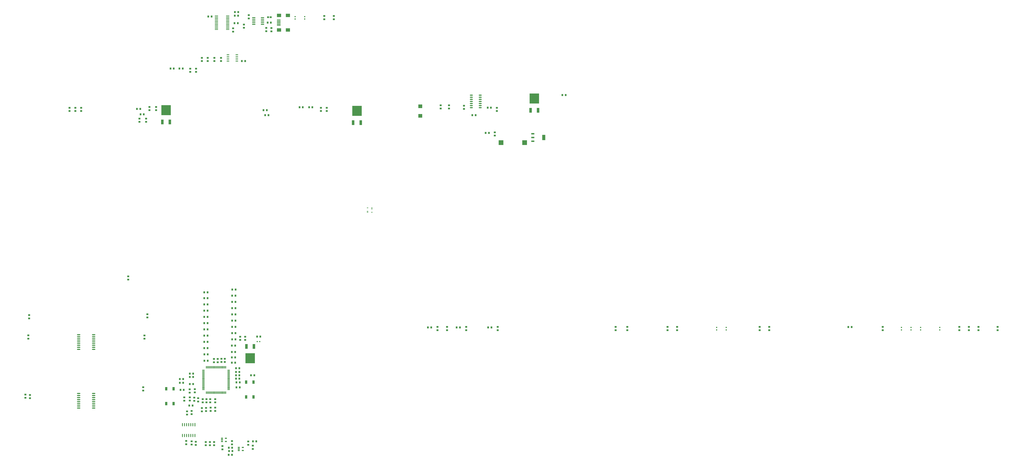
<source format=gtp>
G04*
G04 #@! TF.GenerationSoftware,Altium Limited,Altium Designer,21.5.1 (32)*
G04*
G04 Layer_Color=8421504*
%FSLAX43Y43*%
%MOMM*%
G71*
G04*
G04 #@! TF.SameCoordinates,449709A0-46AC-47EF-B127-1EA7B65E703A*
G04*
G04*
G04 #@! TF.FilePolarity,Positive*
G04*
G01*
G75*
%ADD21R,1.300X1.000*%
%ADD22R,1.000X1.300*%
%ADD23O,2.100X0.600*%
%ADD24O,2.100X0.350*%
%ADD25R,1.520X0.600*%
%ADD26O,1.850X0.700*%
%ADD27R,1.300X0.700*%
%ADD28R,0.508X2.032*%
%ADD29O,0.508X2.032*%
G04:AMPARAMS|DCode=30|XSize=0.3mm|YSize=1.45mm|CornerRadius=0.05mm|HoleSize=0mm|Usage=FLASHONLY|Rotation=90.000|XOffset=0mm|YOffset=0mm|HoleType=Round|Shape=RoundedRectangle|*
%AMROUNDEDRECTD30*
21,1,0.300,1.351,0,0,90.0*
21,1,0.201,1.450,0,0,90.0*
1,1,0.099,0.676,0.101*
1,1,0.099,0.676,-0.101*
1,1,0.099,-0.676,-0.101*
1,1,0.099,-0.676,0.101*
%
%ADD30ROUNDEDRECTD30*%
G04:AMPARAMS|DCode=31|XSize=0.3mm|YSize=1.45mm|CornerRadius=0.05mm|HoleSize=0mm|Usage=FLASHONLY|Rotation=0.000|XOffset=0mm|YOffset=0mm|HoleType=Round|Shape=RoundedRectangle|*
%AMROUNDEDRECTD31*
21,1,0.300,1.351,0,0,0.0*
21,1,0.201,1.450,0,0,0.0*
1,1,0.099,0.101,-0.676*
1,1,0.099,-0.101,-0.676*
1,1,0.099,-0.101,0.676*
1,1,0.099,0.101,0.676*
%
%ADD31ROUNDEDRECTD31*%
%ADD32R,0.850X0.410*%
%ADD33R,1.900X3.200*%
%ADD34R,1.900X0.900*%
%ADD35R,2.920X2.850*%
%ADD36R,2.500X2.000*%
%ADD37R,2.250X0.500*%
%ADD38O,2.100X0.700*%
%ADD39R,1.306X1.058*%
%ADD40R,0.800X0.800*%
%ADD41R,0.800X0.800*%
%ADD42R,5.800X6.200*%
%ADD43R,1.600X3.000*%
%ADD44R,2.350X2.200*%
%ADD45R,1.400X2.100*%
D21*
X114554Y65040D02*
D03*
Y67040D02*
D03*
X113993Y113775D02*
D03*
Y115775D02*
D03*
X184404Y101362D02*
D03*
Y103362D02*
D03*
X183642Y71750D02*
D03*
Y69750D02*
D03*
X245872Y100600D02*
D03*
Y102600D02*
D03*
X242824Y100600D02*
D03*
Y102600D02*
D03*
X479044Y108580D02*
D03*
Y106580D02*
D03*
X471932Y108580D02*
D03*
Y106580D02*
D03*
X509397Y108580D02*
D03*
Y106580D02*
D03*
X503555Y108580D02*
D03*
Y106580D02*
D03*
X565658Y108580D02*
D03*
Y106580D02*
D03*
X559816Y108580D02*
D03*
Y106580D02*
D03*
X369062Y108580D02*
D03*
Y106580D02*
D03*
X363220Y108580D02*
D03*
Y106580D02*
D03*
X380746Y108580D02*
D03*
Y106580D02*
D03*
X399923Y108580D02*
D03*
Y106580D02*
D03*
X634873Y108580D02*
D03*
Y106580D02*
D03*
X693293Y108580D02*
D03*
Y106580D02*
D03*
X687451Y108580D02*
D03*
Y106580D02*
D03*
X681609Y108580D02*
D03*
Y106580D02*
D03*
X704977Y108580D02*
D03*
Y106580D02*
D03*
X219456Y270780D02*
D03*
Y272780D02*
D03*
X227076D02*
D03*
Y270780D02*
D03*
X215900Y266176D02*
D03*
Y264176D02*
D03*
X238506Y290740D02*
D03*
Y288740D02*
D03*
X261874Y288915D02*
D03*
Y290915D02*
D03*
X245085Y293102D02*
D03*
Y291102D02*
D03*
X299974Y298295D02*
D03*
Y296295D02*
D03*
X294132Y298295D02*
D03*
Y296295D02*
D03*
X399415Y242300D02*
D03*
Y240300D02*
D03*
X370205Y243824D02*
D03*
Y241824D02*
D03*
X365125Y243824D02*
D03*
Y241824D02*
D03*
X379349Y241570D02*
D03*
Y243570D02*
D03*
X398145Y227308D02*
D03*
Y225308D02*
D03*
X224358Y38338D02*
D03*
Y36338D02*
D03*
X211947Y70474D02*
D03*
Y68474D02*
D03*
X214808Y65424D02*
D03*
Y63424D02*
D03*
X226898Y36338D02*
D03*
Y38338D02*
D03*
X215138Y68596D02*
D03*
Y70596D02*
D03*
X208712Y63536D02*
D03*
Y65536D02*
D03*
X227584Y59304D02*
D03*
Y57304D02*
D03*
X224790Y59304D02*
D03*
Y57304D02*
D03*
X221996Y59166D02*
D03*
Y57166D02*
D03*
X219456Y59050D02*
D03*
Y57050D02*
D03*
X227584Y62500D02*
D03*
Y64500D02*
D03*
X224536Y62500D02*
D03*
Y64500D02*
D03*
X222250Y62500D02*
D03*
Y64500D02*
D03*
X219964Y62500D02*
D03*
Y64500D02*
D03*
X237804Y36862D02*
D03*
Y38862D02*
D03*
X215697Y38490D02*
D03*
Y36490D02*
D03*
X186198Y116311D02*
D03*
Y114311D02*
D03*
X111760Y67294D02*
D03*
Y65294D02*
D03*
X247710Y36608D02*
D03*
Y38608D02*
D03*
X113522Y101367D02*
D03*
Y103367D02*
D03*
X233426Y87138D02*
D03*
Y89138D02*
D03*
X231394Y87138D02*
D03*
Y89138D02*
D03*
X226822Y87000D02*
D03*
Y89000D02*
D03*
X229108Y89022D02*
D03*
Y87022D02*
D03*
X217170Y65024D02*
D03*
Y63024D02*
D03*
X223012Y272780D02*
D03*
Y270780D02*
D03*
X231140D02*
D03*
Y272780D02*
D03*
X212344Y266176D02*
D03*
Y264176D02*
D03*
X145796Y240300D02*
D03*
Y242300D02*
D03*
X142240Y240300D02*
D03*
Y242300D02*
D03*
X138684Y240300D02*
D03*
Y242300D02*
D03*
X295656Y240300D02*
D03*
Y242300D02*
D03*
X292100Y240300D02*
D03*
Y242300D02*
D03*
X191516Y240792D02*
D03*
Y242792D02*
D03*
X187452Y240792D02*
D03*
Y242792D02*
D03*
X185420Y233696D02*
D03*
Y235696D02*
D03*
X181356Y233696D02*
D03*
Y235696D02*
D03*
X258699Y289005D02*
D03*
Y291005D02*
D03*
X248031Y298803D02*
D03*
Y296803D02*
D03*
X174498Y137430D02*
D03*
Y139430D02*
D03*
X221818Y36338D02*
D03*
Y38338D02*
D03*
X212039Y63602D02*
D03*
Y65602D02*
D03*
X213141Y36744D02*
D03*
Y38744D02*
D03*
X209839Y36982D02*
D03*
Y38982D02*
D03*
X210347Y57032D02*
D03*
Y55032D02*
D03*
X250520Y34068D02*
D03*
Y36068D02*
D03*
X213157Y57286D02*
D03*
Y55286D02*
D03*
X231978Y33814D02*
D03*
Y35814D02*
D03*
D22*
X255116Y102616D02*
D03*
X253116D02*
D03*
X242554Y74676D02*
D03*
X240554D02*
D03*
X615934Y108469D02*
D03*
X613934D02*
D03*
X207756Y266192D02*
D03*
X205756D02*
D03*
X202284Y266192D02*
D03*
X200284D02*
D03*
X245856Y270764D02*
D03*
X243856D02*
D03*
X260080Y237744D02*
D03*
X258080D02*
D03*
X183996Y238252D02*
D03*
X181996D02*
D03*
X257064Y240792D02*
D03*
X259064D02*
D03*
X181848Y241554D02*
D03*
X179848D02*
D03*
X241324Y293891D02*
D03*
X239324D02*
D03*
X241513Y298438D02*
D03*
X239513D02*
D03*
X386445Y237744D02*
D03*
X384445D02*
D03*
X250614Y38728D02*
D03*
X252614D02*
D03*
X238042Y32782D02*
D03*
X236042D02*
D03*
X235788Y30496D02*
D03*
X237788D02*
D03*
X235904Y34814D02*
D03*
X237904D02*
D03*
X242300Y78994D02*
D03*
X240300D02*
D03*
X242300Y83312D02*
D03*
X240300D02*
D03*
X242300Y81026D02*
D03*
X240300D02*
D03*
X242300Y76962D02*
D03*
X240300D02*
D03*
X214106Y73660D02*
D03*
X212106D02*
D03*
X206010Y76708D02*
D03*
X208010D02*
D03*
X251444Y78994D02*
D03*
X249444D02*
D03*
X214106Y77978D02*
D03*
X212106D02*
D03*
X214106Y80010D02*
D03*
X212106D02*
D03*
X242554Y71628D02*
D03*
X240554D02*
D03*
X222869Y129642D02*
D03*
X220869D02*
D03*
X222869Y126086D02*
D03*
X220869D02*
D03*
X222869Y122276D02*
D03*
X220869D02*
D03*
X222869Y118466D02*
D03*
X220869D02*
D03*
X222869Y114656D02*
D03*
X220869D02*
D03*
X222869Y110846D02*
D03*
X220869D02*
D03*
X222869Y107036D02*
D03*
X220869D02*
D03*
X222869Y103226D02*
D03*
X220869D02*
D03*
X222869Y99416D02*
D03*
X220869D02*
D03*
X222869Y95606D02*
D03*
X220869D02*
D03*
X222996Y91796D02*
D03*
X220996D02*
D03*
X222996Y87884D02*
D03*
X220996D02*
D03*
X240014Y131318D02*
D03*
X238014D02*
D03*
X239760Y86766D02*
D03*
X237760D02*
D03*
X239744Y89916D02*
D03*
X237744D02*
D03*
X239760Y93218D02*
D03*
X237760D02*
D03*
X239760Y97180D02*
D03*
X237760D02*
D03*
X239887Y100990D02*
D03*
X237887D02*
D03*
X239887Y104800D02*
D03*
X237887D02*
D03*
X239887Y108610D02*
D03*
X237887D02*
D03*
X239887Y112420D02*
D03*
X237887D02*
D03*
X239887Y116230D02*
D03*
X237887D02*
D03*
X239887Y120040D02*
D03*
X237887D02*
D03*
X239887Y123850D02*
D03*
X237887D02*
D03*
X239887Y127660D02*
D03*
X237887D02*
D03*
X359394Y108215D02*
D03*
X357394D02*
D03*
X376920D02*
D03*
X374920D02*
D03*
X396097D02*
D03*
X394097D02*
D03*
X286861Y242570D02*
D03*
X284861D02*
D03*
X281019D02*
D03*
X279019D02*
D03*
X261544Y294222D02*
D03*
X259544D02*
D03*
X225358Y297981D02*
D03*
X223358D02*
D03*
X241589Y300648D02*
D03*
X239589D02*
D03*
X395827Y242316D02*
D03*
X393827D02*
D03*
X394573Y226943D02*
D03*
X392573D02*
D03*
X441436Y250057D02*
D03*
X439436D02*
D03*
X208375Y70109D02*
D03*
X206375D02*
D03*
X208010Y74422D02*
D03*
X206010D02*
D03*
X213750Y60604D02*
D03*
X211750D02*
D03*
D23*
X153419Y66675D02*
D03*
Y65405D02*
D03*
Y67945D02*
D03*
Y62865D02*
D03*
Y64135D02*
D03*
Y61595D02*
D03*
Y59055D02*
D03*
Y60325D02*
D03*
X144269Y62865D02*
D03*
Y64135D02*
D03*
Y67945D02*
D03*
Y65405D02*
D03*
Y66675D02*
D03*
Y59055D02*
D03*
Y60325D02*
D03*
Y61595D02*
D03*
X153419Y102489D02*
D03*
Y101219D02*
D03*
Y103759D02*
D03*
Y98679D02*
D03*
Y99949D02*
D03*
Y97409D02*
D03*
Y94869D02*
D03*
Y96139D02*
D03*
X144269Y98679D02*
D03*
Y99949D02*
D03*
Y103759D02*
D03*
Y101219D02*
D03*
Y102489D02*
D03*
Y94869D02*
D03*
Y96139D02*
D03*
Y97409D02*
D03*
D24*
X235200Y296497D02*
D03*
Y295847D02*
D03*
Y297147D02*
D03*
Y294547D02*
D03*
Y293897D02*
D03*
Y295197D02*
D03*
Y298447D02*
D03*
Y297797D02*
D03*
Y291947D02*
D03*
Y292597D02*
D03*
Y290647D02*
D03*
Y289997D02*
D03*
Y291297D02*
D03*
Y293247D02*
D03*
X228300Y294547D02*
D03*
Y293897D02*
D03*
Y295197D02*
D03*
Y297797D02*
D03*
Y298447D02*
D03*
Y296497D02*
D03*
Y295847D02*
D03*
Y297147D02*
D03*
Y290647D02*
D03*
Y291297D02*
D03*
Y289997D02*
D03*
Y293247D02*
D03*
Y291947D02*
D03*
Y292597D02*
D03*
D25*
X240792Y274574D02*
D03*
Y272034D02*
D03*
Y273304D02*
D03*
Y270764D02*
D03*
X235312D02*
D03*
Y273304D02*
D03*
Y274574D02*
D03*
Y272034D02*
D03*
D26*
X389288Y248660D02*
D03*
Y249930D02*
D03*
Y246120D02*
D03*
Y247390D02*
D03*
Y244850D02*
D03*
Y242310D02*
D03*
Y243580D02*
D03*
X383888Y246120D02*
D03*
Y249930D02*
D03*
Y247390D02*
D03*
Y248660D02*
D03*
Y242310D02*
D03*
Y243580D02*
D03*
Y244850D02*
D03*
D27*
X234124Y40574D02*
D03*
Y38674D02*
D03*
X231724Y39624D02*
D03*
Y40574D02*
D03*
Y38674D02*
D03*
X244380Y35011D02*
D03*
Y33111D02*
D03*
X241980Y34061D02*
D03*
Y35011D02*
D03*
Y33111D02*
D03*
D28*
X215173Y48920D02*
D03*
D29*
X213903D02*
D03*
X211363D02*
D03*
X212633D02*
D03*
X213903Y42316D02*
D03*
X215173D02*
D03*
X211363D02*
D03*
X212633D02*
D03*
X210093Y48920D02*
D03*
X207553D02*
D03*
X208823D02*
D03*
Y42316D02*
D03*
X210093D02*
D03*
X207553D02*
D03*
D30*
X235817Y80700D02*
D03*
Y81200D02*
D03*
Y79700D02*
D03*
Y80200D02*
D03*
Y81700D02*
D03*
Y82200D02*
D03*
Y77200D02*
D03*
Y77700D02*
D03*
Y76200D02*
D03*
Y76700D02*
D03*
Y78700D02*
D03*
Y79200D02*
D03*
Y78200D02*
D03*
Y73700D02*
D03*
Y74200D02*
D03*
Y75200D02*
D03*
Y75700D02*
D03*
Y74700D02*
D03*
Y71200D02*
D03*
Y71700D02*
D03*
Y70200D02*
D03*
Y70700D02*
D03*
Y72700D02*
D03*
Y73200D02*
D03*
Y72200D02*
D03*
X220367Y80200D02*
D03*
Y79200D02*
D03*
Y79700D02*
D03*
Y81700D02*
D03*
Y82200D02*
D03*
Y80700D02*
D03*
Y81200D02*
D03*
Y76700D02*
D03*
Y77200D02*
D03*
Y75700D02*
D03*
Y76200D02*
D03*
Y78200D02*
D03*
Y78700D02*
D03*
Y77700D02*
D03*
Y73700D02*
D03*
Y74200D02*
D03*
Y74700D02*
D03*
Y75200D02*
D03*
Y71200D02*
D03*
Y71700D02*
D03*
Y70200D02*
D03*
Y70700D02*
D03*
Y72700D02*
D03*
Y73200D02*
D03*
Y72200D02*
D03*
D31*
X234092Y83925D02*
D03*
X233592D02*
D03*
X229592D02*
D03*
X229092D02*
D03*
X230592D02*
D03*
X230092D02*
D03*
X227592D02*
D03*
X227092D02*
D03*
X228592D02*
D03*
X228092D02*
D03*
X232092D02*
D03*
X231592D02*
D03*
X233092D02*
D03*
X232592D02*
D03*
X231092D02*
D03*
X229592Y68475D02*
D03*
X229092D02*
D03*
X230592D02*
D03*
X230092D02*
D03*
X227592D02*
D03*
X227092D02*
D03*
X228592D02*
D03*
X228092D02*
D03*
X233092D02*
D03*
X232592D02*
D03*
X234092D02*
D03*
X233592D02*
D03*
X231592D02*
D03*
X231092D02*
D03*
X232092D02*
D03*
X224092Y83925D02*
D03*
X223592D02*
D03*
X225092D02*
D03*
X224592D02*
D03*
X222092D02*
D03*
X223092D02*
D03*
X222592D02*
D03*
X226092D02*
D03*
X225592D02*
D03*
X226592D02*
D03*
X223092Y68475D02*
D03*
X224092D02*
D03*
X223592D02*
D03*
X222592D02*
D03*
X222092D02*
D03*
X225592D02*
D03*
X225092D02*
D03*
X226592D02*
D03*
X226092D02*
D03*
X224592D02*
D03*
D32*
X323143Y180532D02*
D03*
Y181182D02*
D03*
Y178482D02*
D03*
X320493Y179132D02*
D03*
Y181182D02*
D03*
Y178482D02*
D03*
D33*
X428038Y224149D02*
D03*
D34*
X421338D02*
D03*
Y226449D02*
D03*
Y221849D02*
D03*
D35*
X416384Y220980D02*
D03*
X402004D02*
D03*
D36*
X271926Y298684D02*
D03*
Y289784D02*
D03*
X266476Y298684D02*
D03*
Y289784D02*
D03*
D37*
X266351Y293434D02*
D03*
Y294234D02*
D03*
Y295834D02*
D03*
Y295034D02*
D03*
Y292634D02*
D03*
D38*
X256396Y297143D02*
D03*
Y294603D02*
D03*
Y295873D02*
D03*
Y293333D02*
D03*
X251096Y294603D02*
D03*
Y297143D02*
D03*
Y295873D02*
D03*
Y293333D02*
D03*
D39*
X261406Y297524D02*
D03*
X259853D02*
D03*
D40*
X539369Y108203D02*
D03*
Y106703D02*
D03*
X533527Y108203D02*
D03*
Y106703D02*
D03*
X657987Y108203D02*
D03*
Y106703D02*
D03*
X652145Y108203D02*
D03*
Y106703D02*
D03*
X646303Y108203D02*
D03*
Y106703D02*
D03*
X669671Y108203D02*
D03*
Y106703D02*
D03*
X282194Y297918D02*
D03*
Y296418D02*
D03*
X276352Y297918D02*
D03*
Y296418D02*
D03*
D41*
X254750Y99568D02*
D03*
X253250D02*
D03*
D42*
X314055Y240417D02*
D03*
X197612Y240792D02*
D03*
X248920Y89408D02*
D03*
X422275Y247904D02*
D03*
D43*
X311765Y233217D02*
D03*
X316345D02*
D03*
X195322Y233592D02*
D03*
X199902D02*
D03*
X251210Y96608D02*
D03*
X246630D02*
D03*
X419985Y240704D02*
D03*
X424565D02*
D03*
D44*
X352679Y243209D02*
D03*
Y237359D02*
D03*
D45*
X246416Y65808D02*
D03*
Y74908D02*
D03*
X250916D02*
D03*
Y65808D02*
D03*
X202148Y70844D02*
D03*
Y61744D02*
D03*
X197648Y70844D02*
D03*
Y61744D02*
D03*
M02*

</source>
